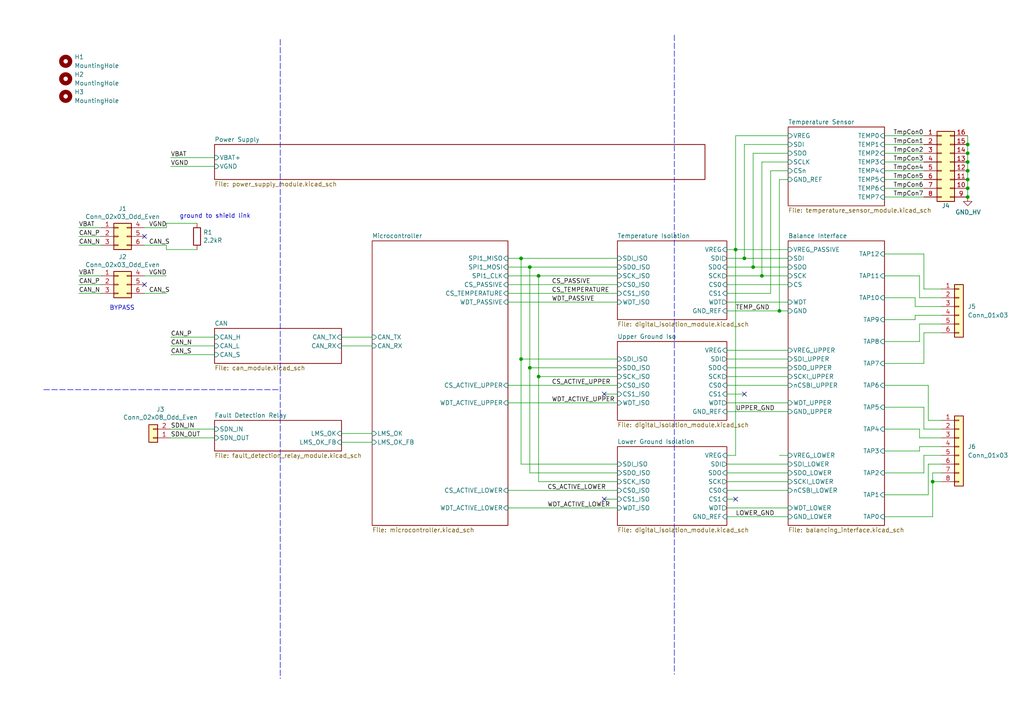
<source format=kicad_sch>
(kicad_sch (version 20211123) (generator eeschema)
  (paper "A4")
  (lib_symbols
    (symbol "Connector_Generic:Conn_01x02" (pin_names (offset 1.016) hide)
      (property "Reference" "J" (at 0 2.54 0))
      (property "Value" "Conn_01x02" (at 0 -5.08 0))
      (symbol "Conn_01x02_1_1"
        (rectangle (start -1.27 -2.413) (end 0 -2.667) (stroke (width 0.1524)))
        (rectangle (start -1.27 0.127) (end 0 -0.127) (stroke (width 0.1524)))
        (rectangle (start -1.27 1.27) (end 1.27 -3.81) (stroke (width 0.254)) (fill (type background)))
        (pin passive line (at -5.08 0 0) (length 3.81) (name "Pin_1") (number "1"))
        (pin passive line (at -5.08 -2.54 0) (length 3.81) (name "Pin_2") (number "2"))
      )
    )
    (symbol "Connector_Generic:Conn_01x06" (pin_names (offset 1.016) hide)
      (property "Reference" "J" (at 0 7.62 0))
      (property "Value" "Conn_01x06" (at 0 -10.16 0))
      (symbol "Conn_01x06_1_1"
        (rectangle (start -1.27 -7.493) (end 0 -7.747) (stroke (width 0.1524)))
        (rectangle (start -1.27 -4.953) (end 0 -5.207) (stroke (width 0.1524)))
        (rectangle (start -1.27 -2.413) (end 0 -2.667) (stroke (width 0.1524)))
        (rectangle (start -1.27 0.127) (end 0 -0.127) (stroke (width 0.1524)))
        (rectangle (start -1.27 2.667) (end 0 2.413) (stroke (width 0.1524)))
        (rectangle (start -1.27 5.207) (end 0 4.953) (stroke (width 0.1524)))
        (rectangle (start -1.27 6.35) (end 1.27 -8.89) (stroke (width 0.254)) (fill (type background)))
        (pin passive line (at -5.08 5.08 0) (length 3.81) (name "Pin_1") (number "1"))
        (pin passive line (at -5.08 2.54 0) (length 3.81) (name "Pin_2") (number "2"))
        (pin passive line (at -5.08 0 0) (length 3.81) (name "Pin_3") (number "3"))
        (pin passive line (at -5.08 -2.54 0) (length 3.81) (name "Pin_4") (number "4"))
        (pin passive line (at -5.08 -5.08 0) (length 3.81) (name "Pin_5") (number "5"))
        (pin passive line (at -5.08 -7.62 0) (length 3.81) (name "Pin_6") (number "6"))
      )
    )
    (symbol "Connector_Generic:Conn_01x08" (pin_names (offset 1.016) hide)
      (property "Reference" "J" (at 0 10.16 0))
      (property "Value" "Conn_01x08" (at 0 -12.7 0))
      (symbol "Conn_01x08_1_1"
        (rectangle (start -1.27 -10.033) (end 0 -10.287) (stroke (width 0.1524)))
        (rectangle (start -1.27 -7.493) (end 0 -7.747) (stroke (width 0.1524)))
        (rectangle (start -1.27 -4.953) (end 0 -5.207) (stroke (width 0.1524)))
        (rectangle (start -1.27 -2.413) (end 0 -2.667) (stroke (width 0.1524)))
        (rectangle (start -1.27 0.127) (end 0 -0.127) (stroke (width 0.1524)))
        (rectangle (start -1.27 2.667) (end 0 2.413) (stroke (width 0.1524)))
        (rectangle (start -1.27 5.207) (end 0 4.953) (stroke (width 0.1524)))
        (rectangle (start -1.27 7.747) (end 0 7.493) (stroke (width 0.1524)))
        (rectangle (start -1.27 8.89) (end 1.27 -11.43) (stroke (width 0.254)) (fill (type background)))
        (pin passive line (at -5.08 7.62 0) (length 3.81) (name "Pin_1") (number "1"))
        (pin passive line (at -5.08 5.08 0) (length 3.81) (name "Pin_2") (number "2"))
        (pin passive line (at -5.08 2.54 0) (length 3.81) (name "Pin_3") (number "3"))
        (pin passive line (at -5.08 0 0) (length 3.81) (name "Pin_4") (number "4"))
        (pin passive line (at -5.08 -2.54 0) (length 3.81) (name "Pin_5") (number "5"))
        (pin passive line (at -5.08 -5.08 0) (length 3.81) (name "Pin_6") (number "6"))
        (pin passive line (at -5.08 -7.62 0) (length 3.81) (name "Pin_7") (number "7"))
        (pin passive line (at -5.08 -10.16 0) (length 3.81) (name "Pin_8") (number "8"))
      )
    )
    (symbol "Connector_Generic:Conn_02x03_Top_Bottom" (pin_names (offset 1.016) hide)
      (property "Reference" "J" (at 1.27 5.08 0))
      (property "Value" "Conn_02x03_Top_Bottom" (at 1.27 -5.08 0))
      (symbol "Conn_02x03_Top_Bottom_1_1"
        (rectangle (start -1.27 -2.413) (end 0 -2.667) (stroke (width 0.1524)))
        (rectangle (start -1.27 0.127) (end 0 -0.127) (stroke (width 0.1524)))
        (rectangle (start -1.27 2.667) (end 0 2.413) (stroke (width 0.1524)))
        (rectangle (start -1.27 3.81) (end 3.81 -3.81) (stroke (width 0.254)) (fill (type background)))
        (rectangle (start 3.81 -2.413) (end 2.54 -2.667) (stroke (width 0.1524)))
        (rectangle (start 3.81 0.127) (end 2.54 -0.127) (stroke (width 0.1524)))
        (rectangle (start 3.81 2.667) (end 2.54 2.413) (stroke (width 0.1524)))
        (pin passive line (at -5.08 2.54 0) (length 3.81) (name "Pin_1") (number "1"))
        (pin passive line (at -5.08 0 0) (length 3.81) (name "Pin_2") (number "2"))
        (pin passive line (at -5.08 -2.54 0) (length 3.81) (name "Pin_3") (number "3"))
        (pin passive line (at 7.62 2.54 180) (length 3.81) (name "Pin_4") (number "4"))
        (pin passive line (at 7.62 0 180) (length 3.81) (name "Pin_5") (number "5"))
        (pin passive line (at 7.62 -2.54 180) (length 3.81) (name "Pin_6") (number "6"))
      )
    )
    (symbol "Connector_Generic:Conn_02x08_Counter_Clockwise" (pin_names (offset 1.016) hide)
      (property "Reference" "J" (at 1.27 10.16 0))
      (property "Value" "Conn_02x08_Counter_Clockwise" (at 1.27 -12.7 0))
      (symbol "Conn_02x08_Counter_Clockwise_1_1"
        (rectangle (start -1.27 -10.033) (end 0 -10.287) (stroke (width 0.1524)))
        (rectangle (start -1.27 -7.493) (end 0 -7.747) (stroke (width 0.1524)))
        (rectangle (start -1.27 -4.953) (end 0 -5.207) (stroke (width 0.1524)))
        (rectangle (start -1.27 -2.413) (end 0 -2.667) (stroke (width 0.1524)))
        (rectangle (start -1.27 0.127) (end 0 -0.127) (stroke (width 0.1524)))
        (rectangle (start -1.27 2.667) (end 0 2.413) (stroke (width 0.1524)))
        (rectangle (start -1.27 5.207) (end 0 4.953) (stroke (width 0.1524)))
        (rectangle (start -1.27 7.747) (end 0 7.493) (stroke (width 0.1524)))
        (rectangle (start -1.27 8.89) (end 3.81 -11.43) (stroke (width 0.254)) (fill (type background)))
        (rectangle (start 3.81 -10.033) (end 2.54 -10.287) (stroke (width 0.1524)))
        (rectangle (start 3.81 -7.493) (end 2.54 -7.747) (stroke (width 0.1524)))
        (rectangle (start 3.81 -4.953) (end 2.54 -5.207) (stroke (width 0.1524)))
        (rectangle (start 3.81 -2.413) (end 2.54 -2.667) (stroke (width 0.1524)))
        (rectangle (start 3.81 0.127) (end 2.54 -0.127) (stroke (width 0.1524)))
        (rectangle (start 3.81 2.667) (end 2.54 2.413) (stroke (width 0.1524)))
        (rectangle (start 3.81 5.207) (end 2.54 4.953) (stroke (width 0.1524)))
        (rectangle (start 3.81 7.747) (end 2.54 7.493) (stroke (width 0.1524)))
        (pin passive line (at -5.08 7.62 0) (length 3.81) (name "Pin_1") (number "1"))
        (pin passive line (at 7.62 -7.62 180) (length 3.81) (name "Pin_10") (number "10"))
        (pin passive line (at 7.62 -5.08 180) (length 3.81) (name "Pin_11") (number "11"))
        (pin passive line (at 7.62 -2.54 180) (length 3.81) (name "Pin_12") (number "12"))
        (pin passive line (at 7.62 0 180) (length 3.81) (name "Pin_13") (number "13"))
        (pin passive line (at 7.62 2.54 180) (length 3.81) (name "Pin_14") (number "14"))
        (pin passive line (at 7.62 5.08 180) (length 3.81) (name "Pin_15") (number "15"))
        (pin passive line (at 7.62 7.62 180) (length 3.81) (name "Pin_16") (number "16"))
        (pin passive line (at -5.08 5.08 0) (length 3.81) (name "Pin_2") (number "2"))
        (pin passive line (at -5.08 2.54 0) (length 3.81) (name "Pin_3") (number "3"))
        (pin passive line (at -5.08 0 0) (length 3.81) (name "Pin_4") (number "4"))
        (pin passive line (at -5.08 -2.54 0) (length 3.81) (name "Pin_5") (number "5"))
        (pin passive line (at -5.08 -5.08 0) (length 3.81) (name "Pin_6") (number "6"))
        (pin passive line (at -5.08 -7.62 0) (length 3.81) (name "Pin_7") (number "7"))
        (pin passive line (at -5.08 -10.16 0) (length 3.81) (name "Pin_8") (number "8"))
        (pin passive line (at 7.62 -10.16 180) (length 3.81) (name "Pin_9") (number "9"))
      )
    )
    (symbol "Device:R" (pin_numbers hide) (pin_names (offset 0))
      (property "Reference" "R" (at 2.032 0 90))
      (property "Value" "R" (at 0 0 90))
      (symbol "R_0_1"
        (rectangle (start -1.016 -2.54) (end 1.016 2.54) (stroke (width 0.254)))
      )
      (symbol "R_1_1"
        (pin passive line (at 0 3.81 270) (length 1.27) (name "~") (number "1"))
        (pin passive line (at 0 -3.81 90) (length 1.27) (name "~") (number "2"))
      )
    )
    (symbol "GND_HV_12" (power) (pin_names (offset 0))
      (property "Value" "GND_HV_12" (at 0 -3.81 0))
      (symbol "GND_HV_12_0_1"
        (polyline (pts (xy 0 0) (xy 0 -1.27) (xy 1.27 -1.27) (xy 0 -2.54) (xy -1.27 -1.27) (xy 0 -1.27)))
      )
      (symbol "GND_HV_12_1_1"
        (pin power_in line (at 0 0 270) (length 0) hide (name "GND_HV") (number "1"))
      )
    )
    (symbol "Mechanical:MountingHole" (pin_names (offset 1.016))
      (property "Reference" "H" (at 0 5.08 0))
      (property "Value" "MountingHole" (at 0 3.175 0))
      (symbol "MountingHole_0_1"
        (circle (center 0 0) (radius 1.27) (stroke (width 1.27)))
      )
    )
  )
  (junction (at 280.67 52.07))
  (junction (at 213.36 72.39))
  (junction (at 151.13 104.14))
  (junction (at 156.21 109.22))
  (junction (at 280.67 41.91))
  (junction (at 153.67 77.47))
  (junction (at 220.98 80.01))
  (junction (at 280.67 44.45))
  (junction (at 151.13 74.93))
  (junction (at 226.06 90.17))
  (junction (at 280.67 46.99))
  (junction (at 280.67 57.15))
  (junction (at 280.67 49.53))
  (junction (at 215.9 74.93))
  (junction (at 280.67 54.61))
  (junction (at 270.51 139.7))
  (junction (at 218.44 77.47))
  (junction (at 153.67 106.68))
  (junction (at 156.21 80.01))
  (no_connect (at 175.26 144.78))
  (no_connect (at 213.36 144.78))
  (no_connect (at 175.26 114.3))
  (no_connect (at 41.91 68.58))
  (no_connect (at 215.9 114.3))
  (no_connect (at 41.91 82.55))
  (wire (pts (xy 156.21 109.22) (xy 179.07 109.22)))
  (wire (pts (xy 156.21 80.01) (xy 179.07 80.01)))
  (wire (pts (xy 228.6 116.84) (xy 210.82 116.84)))
  (wire (pts (xy 210.82 90.17) (xy 226.06 90.17)))
  (wire (pts (xy 41.91 85.09) (xy 48.26 85.09)))
  (wire (pts (xy 280.67 57.15) (xy 280.67 54.61)))
  (wire (pts (xy 49.53 124.46) (xy 62.23 124.46)))
  (wire (pts (xy 280.67 52.07) (xy 280.67 49.53)))
  (wire (pts (xy 265.43 88.9) (xy 273.05 88.9)))
  (wire (pts (xy 228.6 87.63) (xy 210.82 87.63)))
  (wire (pts (xy 29.21 71.12) (xy 22.86 71.12)))
  (wire (pts (xy 228.6 82.55) (xy 210.82 82.55)))
  (wire (pts (xy 266.7 93.98) (xy 266.7 99.06)))
  (wire (pts (xy 156.21 80.01) (xy 147.32 80.01)))
  (wire (pts (xy 41.91 80.01) (xy 48.26 80.01)))
  (polyline (pts (xy 12.7 113.03) (xy 81.28 113.03)))
  (wire (pts (xy 228.6 142.24) (xy 210.82 142.24)))
  (wire (pts (xy 267.97 124.46) (xy 267.97 118.11)))
  (wire (pts (xy 228.6 46.99) (xy 220.98 46.99)))
  (wire (pts (xy 256.54 46.99) (xy 267.97 46.99)))
  (wire (pts (xy 270.51 139.7) (xy 270.51 149.86)))
  (wire (pts (xy 267.97 132.08) (xy 273.05 132.08)))
  (wire (pts (xy 256.54 57.15) (xy 267.97 57.15)))
  (wire (pts (xy 151.13 104.14) (xy 151.13 134.62)))
  (wire (pts (xy 147.32 142.24) (xy 179.07 142.24)))
  (wire (pts (xy 228.6 139.7) (xy 210.82 139.7)))
  (wire (pts (xy 153.67 77.47) (xy 153.67 106.68)))
  (wire (pts (xy 41.91 66.04) (xy 48.26 66.04)))
  (wire (pts (xy 256.54 92.71) (xy 265.43 92.71)))
  (wire (pts (xy 175.26 114.3) (xy 179.07 114.3)))
  (wire (pts (xy 273.05 96.52) (xy 267.97 96.52)))
  (wire (pts (xy 210.82 119.38) (xy 228.6 119.38)))
  (wire (pts (xy 228.6 109.22) (xy 210.82 109.22)))
  (wire (pts (xy 269.24 121.92) (xy 273.05 121.92)))
  (wire (pts (xy 215.9 41.91) (xy 215.9 74.93)))
  (wire (pts (xy 147.32 111.76) (xy 179.07 111.76)))
  (wire (pts (xy 147.32 85.09) (xy 179.07 85.09)))
  (wire (pts (xy 228.6 106.68) (xy 210.82 106.68)))
  (wire (pts (xy 273.05 137.16) (xy 270.51 137.16)))
  (wire (pts (xy 49.53 48.26) (xy 62.23 48.26)))
  (wire (pts (xy 228.6 137.16) (xy 210.82 137.16)))
  (wire (pts (xy 265.43 91.44) (xy 273.05 91.44)))
  (wire (pts (xy 256.54 44.45) (xy 267.97 44.45)))
  (wire (pts (xy 273.05 93.98) (xy 266.7 93.98)))
  (wire (pts (xy 267.97 96.52) (xy 267.97 105.41)))
  (wire (pts (xy 107.95 100.33) (xy 99.06 100.33)))
  (wire (pts (xy 265.43 92.71) (xy 265.43 91.44)))
  (wire (pts (xy 256.54 73.66) (xy 267.97 73.66)))
  (wire (pts (xy 228.6 77.47) (xy 218.44 77.47)))
  (wire (pts (xy 270.51 137.16) (xy 270.51 139.7)))
  (wire (pts (xy 256.54 124.46) (xy 266.7 124.46)))
  (wire (pts (xy 153.67 106.68) (xy 153.67 137.16)))
  (wire (pts (xy 213.36 72.39) (xy 210.82 72.39)))
  (wire (pts (xy 220.98 80.01) (xy 210.82 80.01)))
  (wire (pts (xy 256.54 118.11) (xy 267.97 118.11)))
  (wire (pts (xy 29.21 85.09) (xy 22.86 85.09)))
  (wire (pts (xy 228.6 134.62) (xy 210.82 134.62)))
  (wire (pts (xy 228.6 149.86) (xy 210.82 149.86)))
  (wire (pts (xy 153.67 137.16) (xy 179.07 137.16)))
  (wire (pts (xy 48.26 66.04) (xy 48.26 64.77)))
  (wire (pts (xy 256.54 39.37) (xy 267.97 39.37)))
  (wire (pts (xy 147.32 147.32) (xy 179.07 147.32)))
  (wire (pts (xy 270.51 139.7) (xy 273.05 139.7)))
  (wire (pts (xy 256.54 105.41) (xy 267.97 105.41)))
  (wire (pts (xy 256.54 80.01) (xy 266.7 80.01)))
  (wire (pts (xy 256.54 143.51) (xy 269.24 143.51)))
  (wire (pts (xy 179.07 77.47) (xy 153.67 77.47)))
  (wire (pts (xy 62.23 97.79) (xy 49.53 97.79)))
  (wire (pts (xy 22.86 68.58) (xy 29.21 68.58)))
  (wire (pts (xy 267.97 83.82) (xy 273.05 83.82)))
  (wire (pts (xy 226.06 132.08) (xy 228.6 132.08)))
  (wire (pts (xy 228.6 52.07) (xy 226.06 52.07)))
  (wire (pts (xy 49.53 102.87) (xy 62.23 102.87)))
  (wire (pts (xy 151.13 74.93) (xy 151.13 104.14)))
  (wire (pts (xy 269.24 134.62) (xy 273.05 134.62)))
  (wire (pts (xy 29.21 66.04) (xy 22.86 66.04)))
  (wire (pts (xy 266.7 86.36) (xy 273.05 86.36)))
  (wire (pts (xy 99.06 125.73) (xy 107.95 125.73)))
  (wire (pts (xy 213.36 72.39) (xy 213.36 132.08)))
  (wire (pts (xy 218.44 77.47) (xy 210.82 77.47)))
  (wire (pts (xy 215.9 114.3) (xy 210.82 114.3)))
  (wire (pts (xy 265.43 86.36) (xy 265.43 88.9)))
  (wire (pts (xy 280.67 44.45) (xy 280.67 41.91)))
  (wire (pts (xy 228.6 104.14) (xy 210.82 104.14)))
  (wire (pts (xy 256.54 99.06) (xy 266.7 99.06)))
  (wire (pts (xy 213.36 39.37) (xy 213.36 72.39)))
  (wire (pts (xy 256.54 41.91) (xy 267.97 41.91)))
  (wire (pts (xy 228.6 80.01) (xy 220.98 80.01)))
  (wire (pts (xy 256.54 137.16) (xy 267.97 137.16)))
  (wire (pts (xy 147.32 87.63) (xy 179.07 87.63)))
  (wire (pts (xy 147.32 116.84) (xy 179.07 116.84)))
  (wire (pts (xy 267.97 124.46) (xy 273.05 124.46)))
  (wire (pts (xy 223.52 49.53) (xy 228.6 49.53)))
  (wire (pts (xy 99.06 97.79) (xy 107.95 97.79)))
  (wire (pts (xy 226.06 90.17) (xy 228.6 90.17)))
  (wire (pts (xy 280.67 54.61) (xy 280.67 52.07)))
  (wire (pts (xy 220.98 46.99) (xy 220.98 80.01)))
  (wire (pts (xy 151.13 104.14) (xy 179.07 104.14)))
  (wire (pts (xy 107.95 128.27) (xy 99.06 128.27)))
  (wire (pts (xy 266.7 129.54) (xy 273.05 129.54)))
  (wire (pts (xy 256.54 52.07) (xy 267.97 52.07)))
  (polyline (pts (xy 195.58 10.16) (xy 195.58 195.58)))
  (wire (pts (xy 228.6 111.76) (xy 210.82 111.76)))
  (wire (pts (xy 228.6 39.37) (xy 213.36 39.37)))
  (wire (pts (xy 223.52 85.09) (xy 223.52 49.53)))
  (wire (pts (xy 266.7 80.01) (xy 266.7 86.36)))
  (wire (pts (xy 267.97 73.66) (xy 267.97 83.82)))
  (wire (pts (xy 280.67 41.91) (xy 280.67 39.37)))
  (wire (pts (xy 256.54 49.53) (xy 267.97 49.53)))
  (wire (pts (xy 256.54 111.76) (xy 269.24 111.76)))
  (wire (pts (xy 22.86 82.55) (xy 29.21 82.55)))
  (wire (pts (xy 228.6 74.93) (xy 215.9 74.93)))
  (wire (pts (xy 218.44 44.45) (xy 218.44 77.47)))
  (wire (pts (xy 179.07 106.68) (xy 153.67 106.68)))
  (wire (pts (xy 48.26 64.77) (xy 57.15 64.77)))
  (wire (pts (xy 151.13 74.93) (xy 147.32 74.93)))
  (wire (pts (xy 280.67 46.99) (xy 280.67 44.45)))
  (wire (pts (xy 175.26 144.78) (xy 179.07 144.78)))
  (wire (pts (xy 29.21 80.01) (xy 22.86 80.01)))
  (wire (pts (xy 266.7 127) (xy 273.05 127)))
  (wire (pts (xy 179.07 139.7) (xy 156.21 139.7)))
  (wire (pts (xy 256.54 130.81) (xy 266.7 130.81)))
  (wire (pts (xy 62.23 127) (xy 49.53 127)))
  (wire (pts (xy 210.82 85.09) (xy 223.52 85.09)))
  (wire (pts (xy 228.6 41.91) (xy 215.9 41.91)))
  (wire (pts (xy 228.6 147.32) (xy 210.82 147.32)))
  (wire (pts (xy 256.54 54.61) (xy 267.97 54.61)))
  (wire (pts (xy 213.36 144.78) (xy 210.82 144.78)))
  (wire (pts (xy 266.7 129.54) (xy 266.7 130.81)))
  (wire (pts (xy 147.32 77.47) (xy 153.67 77.47)))
  (polyline (pts (xy 81.28 11.43) (xy 81.28 196.85)))
  (wire (pts (xy 213.36 72.39) (xy 228.6 72.39)))
  (wire (pts (xy 62.23 45.72) (xy 49.53 45.72)))
  (wire (pts (xy 215.9 74.93) (xy 210.82 74.93)))
  (wire (pts (xy 269.24 143.51) (xy 269.24 134.62)))
  (wire (pts (xy 179.07 74.93) (xy 151.13 74.93)))
  (wire (pts (xy 266.7 124.46) (xy 266.7 127)))
  (wire (pts (xy 156.21 109.22) (xy 156.21 80.01)))
  (wire (pts (xy 151.13 134.62) (xy 179.07 134.62)))
  (wire (pts (xy 267.97 132.08) (xy 267.97 137.16)))
  (wire (pts (xy 269.24 111.76) (xy 269.24 121.92)))
  (wire (pts (xy 48.26 72.39) (xy 57.15 72.39)))
  (wire (pts (xy 228.6 101.6) (xy 210.82 101.6)))
  (wire (pts (xy 226.06 52.07) (xy 226.06 90.17)))
  (wire (pts (xy 210.82 132.08) (xy 213.36 132.08)))
  (wire (pts (xy 256.54 86.36) (xy 265.43 86.36)))
  (wire (pts (xy 156.21 139.7) (xy 156.21 109.22)))
  (wire (pts (xy 48.26 71.12) (xy 48.26 72.39)))
  (wire (pts (xy 41.91 71.12) (xy 48.26 71.12)))
  (wire (pts (xy 280.67 49.53) (xy 280.67 46.99)))
  (wire (pts (xy 49.53 100.33) (xy 62.23 100.33)))
  (wire (pts (xy 147.32 82.55) (xy 179.07 82.55)))
  (wire (pts (xy 256.54 149.86) (xy 270.51 149.86)))
  (wire (pts (xy 228.6 44.45) (xy 218.44 44.45)))
  (text "ground to shield link\n" (at 52.07 63.5 0) (effects (font (size 1.27 1.27)) (justify left bottom)))
  (text "BYPASS" (at 31.75 90.17 0) (effects (font (size 1.27 1.27)) (justify left bottom)))
  (label "CAN_N" (at 22.86 71.12 0))
  (label "CAN_P" (at 22.86 68.58 0))
  (label "VGND" (at 43.18 80.01 0))
  (label "VGND" (at 49.53 48.26 0))
  (label "CAN_N" (at 22.86 85.09 0))
  (label "TmpCon4" (at 259.08 49.53 0))
  (label "CS_PASSIVE" (at 160.02 82.55 0))
  (label "LOWER_GND" (at 213.36 149.86 0))
  (label "CS_ACTIVE_LOWER" (at 158.75 142.24 0))
  (label "CAN_N" (at 49.53 100.33 0))
  (label "TmpCon0" (at 259.08 39.37 0))
  (label "VGND" (at 43.18 66.04 0))
  (label "CAN_S" (at 43.18 71.12 0))
  (label "TEMP_GND" (at 213.36 90.17 0))
  (label "UPPER_GND" (at 213.36 119.38 0))
  (label "SDN_IN" (at 49.53 124.46 0))
  (label "TmpCon2" (at 259.08 44.45 0))
  (label "WDT_ACTIVE_UPPER" (at 160.02 116.84 0))
  (label "WDT_PASSIVE" (at 160.02 87.63 0))
  (label "CAN_P" (at 49.53 97.79 0))
  (label "CS_TEMPERATURE" (at 160.02 85.09 0))
  (label "CAN_P" (at 22.86 82.55 0))
  (label "VBAT" (at 49.53 45.72 0))
  (label "TmpCon7" (at 259.08 57.15 0))
  (label "TmpCon1" (at 259.08 41.91 0))
  (label "TmpCon6" (at 259.08 54.61 0))
  (label "TmpCon3" (at 259.08 46.99 0))
  (label "CAN_S" (at 49.53 102.87 0))
  (label "CAN_S" (at 43.18 85.09 0))
  (label "SDN_OUT" (at 49.53 127 0))
  (label "CS_ACTIVE_UPPER" (at 160.02 111.76 0))
  (label "TmpCon5" (at 259.08 52.07 0))
  (label "VBAT" (at 22.86 80.01 0))
  (label "VBAT" (at 22.86 66.04 0))
  (label "WDT_ACTIVE_LOWER" (at 158.75 147.32 0))
  (symbol (lib_id "Connector_Generic:Conn_02x03_Top_Bottom") (at 34.29 68.58 0) (unit 1)
    (property "Reference" "J1" (at 35.56 60.5282 0))
    (property "Value" "Conn_02x03_Odd_Even" (at 35.56 62.8396 0))
    (property "Footprint" "Connector_Molex:Molex_Mini-Fit_Jr_5566-06A_2x03_P4.20mm_Vertical" (effects hide))
    (property "Manufacturer" "Molex" (effects hide))
    (property "Part Number" "462071006" (effects hide))
  )
  (symbol (lib_id "Connector_Generic:Conn_02x03_Top_Bottom") (at 34.29 82.55 0) (unit 1)
    (property "Reference" "J2" (at 35.56 74.4982 0))
    (property "Value" "Conn_02x03_Odd_Even" (at 35.56 76.8096 0))
    (property "Footprint" "Connector_Molex:Molex_Mini-Fit_Jr_5566-06A_2x03_P4.20mm_Vertical" (effects hide))
    (property "Manufacturer" "Molex" (effects hide))
    (property "Part Number" "462071006" (effects hide))
  )
  (symbol (lib_id "Connector_Generic:Conn_02x08_Counter_Clockwise") (at 273.05 46.99 0) (unit 1)
    (property "Reference" "J4" (at 274.32 59.69 0))
    (property "Value" "UPPER_BANK" (effects hide))
    (property "Footprint" "Connector_Phoenix_MSTB:PhoenixContact_MSTBVA_2,5_6-G_1x06_P5.00mm_Vertical" (effects hide))
    (property "Part Number" "46015-1603" (effects hide))
    (property "Manufacturer" "Molex" (effects hide))
  )
  (symbol (lib_id "Connector_Generic:Conn_01x08") (at 278.13 129.54 0) (unit 1)
    (property "Reference" "J6" (at 280.67 129.5399 0) (effects (justify left)))
    (property "Value" "Conn_01x03" (at 280.67 132.0799 0) (effects (justify left)))
    (property "Footprint" "Connector_PinHeader_2.54mm:PinHeader_1x03_P2.54mm_Vertical" (effects hide))
    (property "Manufacturer" "-" (effects hide))
  )
  (symbol (lib_id "Mechanical:MountingHole") (at 19.05 27.94 0) (unit 1)
    (property "Reference" "H3" (at 21.59 26.6699 0) (effects (justify left)))
    (property "Value" "MountingHole" (at 21.59 29.2099 0) (effects (justify left)))
    (property "Footprint" "MountingHole:MountingHole_3.2mm_M3" (effects hide))
    (property "Manufacturer" "-" (effects hide))
    (property "Part Number" "-" (effects hide))
  )
  (symbol (lib_id "Connector_Generic:Conn_01x06") (at 278.13 88.9 0) (unit 1)
    (property "Reference" "J5" (at 280.67 88.8999 0) (effects (justify left)))
    (property "Value" "Conn_01x03" (at 280.67 91.4399 0) (effects (justify left)))
    (property "Footprint" "Connector_PinHeader_2.54mm:PinHeader_1x03_P2.54mm_Vertical" (effects hide))
    (property "Manufacturer" "-" (effects hide))
    (property "Part Number" "-" (effects hide))
  )
  (symbol (lib_id "Mechanical:MountingHole") (at 19.05 22.86 0) (unit 1)
    (property "Reference" "H2" (at 21.59 21.5899 0) (effects (justify left)))
    (property "Value" "MountingHole" (at 21.59 24.1299 0) (effects (justify left)))
    (property "Footprint" "MountingHole:MountingHole_3.2mm_M3" (effects hide))
    (property "Manufacturer" "-" (effects hide))
    (property "Part Number" "-" (effects hide))
  )
  (symbol (lib_name "GND_HV_12") (lib_id "gnd_hv:GND_HV") (at 280.67 57.15 0) (unit 1)
    (property "Reference" "#PWR01" (effects hide))
    (property "Value" "GND_HV" (at 280.797 61.5442 0))
  )
  (symbol (lib_id "Connector_Generic:Conn_01x02") (at 44.45 127 180) (unit 1)
    (property "Reference" "J3" (at 46.5328 118.745 0))
    (property "Value" "Conn_02x08_Odd_Even" (at 46.5328 121.0564 0))
    (property "Footprint" "Connector_Molex:Molex_Mini-Fit_Jr_5566-16A_2x08_P4.20mm_Vertical" (effects hide))
    (property "Part Number" "-" (effects hide))
    (property "Manufacturer" "-" (effects hide))
  )
  (symbol (lib_id "Device:R") (at 57.15 68.58 0) (unit 1)
    (property "Reference" "R1" (at 58.928 67.4116 0) (effects (justify left)))
    (property "Value" "2.2kR" (at 58.928 69.723 0) (effects (justify left)))
    (property "Footprint" "Resistor_SMD:R_0603_1608Metric_Pad0.98x0.95mm_HandSolder" (effects hide))
    (property "Part Number" "-" (effects hide))
    (property "Manufacturer" "-" (effects hide))
  )
  (symbol (lib_id "Mechanical:MountingHole") (at 19.05 17.78 0) (unit 1)
    (property "Reference" "H1" (at 21.59 16.5099 0) (effects (justify left)))
    (property "Value" "MountingHole" (at 21.59 19.0499 0) (effects (justify left)))
    (property "Footprint" "MountingHole:MountingHole_3.2mm_M3_Pad_Via" (effects hide))
    (property "Manufacturer" "-" (effects hide))
    (property "Part Number" "-" (effects hide))
  )
  (sheet (at 62.23 41.91) (size 142.24 10.16)
    (property "Sheet name" "Power Supply" (at 62.23 41.1984 0) (effects (justify left bottom)))
    (property "Sheet file" "power_supply_module.kicad_sch" (at 62.23 52.6546 0) (effects (justify left top)))
    (pin "VBAT+" input (at 62.23 45.72 180))
    (pin "VGND" input (at 62.23 48.26 180))
  )
  (sheet (at 107.95 69.85) (size 39.37 82.55)
    (property "Sheet name" "Microcontroller" (at 107.95 69.1384 0) (effects (justify left bottom)))
    (property "Sheet file" "microcontroller.kicad_sch" (at 107.95 152.9846 0) (effects (justify left top)))
    (pin "CAN_RX" input (at 107.95 100.33 180))
    (pin "CAN_TX" input (at 107.95 97.79 180))
    (pin "SPI1_CLK" input (at 147.32 80.01 0))
    (pin "SPI1_MISO" input (at 147.32 74.93 0))
    (pin "SPI1_MOSI" input (at 147.32 77.47 0))
    (pin "CS_PASSIVE" input (at 147.32 82.55 0))
    (pin "CS_ACTIVE_UPPER" input (at 147.32 111.76 0))
    (pin "CS_TEMPERATURE" input (at 147.32 85.09 0))
    (pin "LMS_OK" input (at 107.95 125.73 180))
    (pin "WDT_PASSIVE" input (at 147.32 87.63 0))
    (pin "WDT_ACTIVE_UPPER" input (at 147.32 116.84 0))
    (pin "CS_ACTIVE_LOWER" input (at 147.32 142.24 0))
    (pin "WDT_ACTIVE_LOWER" input (at 147.32 147.32 0))
    (pin "LMS_OK_FB" input (at 107.95 128.27 180))
  )
  (sheet (at 228.6 69.85) (size 27.94 82.55)
    (property "Sheet name" "Balance Interface" (at 228.6 69.1384 0) (effects (justify left bottom)))
    (property "Sheet file" "balancing_interface.kicad_sch" (at 228.6 152.9846 0) (effects (justify left top)))
    (pin "TAP0" input (at 256.54 149.86 0))
    (pin "TAP1" input (at 256.54 143.51 0))
    (pin "TAP2" input (at 256.54 137.16 0))
    (pin "TAP3" input (at 256.54 130.81 0))
    (pin "TAP4" input (at 256.54 124.46 0))
    (pin "TAP5" input (at 256.54 118.11 0))
    (pin "TAP6" input (at 256.54 111.76 0))
    (pin "TAP7" input (at 256.54 105.41 0))
    (pin "TAP8" input (at 256.54 99.06 0))
    (pin "TAP9" input (at 256.54 92.71 0))
    (pin "TAP10" input (at 256.54 86.36 0))
    (pin "TAP11" input (at 256.54 80.01 0))
    (pin "TAP12" input (at 256.54 73.66 0))
    (pin "CS" input (at 228.6 82.55 180))
    (pin "SCK" input (at 228.6 80.01 180))
    (pin "SDI" input (at 228.6 74.93 180))
    (pin "SDO" input (at 228.6 77.47 180))
    (pin "SDI_UPPER" input (at 228.6 104.14 180))
    (pin "SDO_UPPER" input (at 228.6 106.68 180))
    (pin "SCKI_UPPER" input (at 228.6 109.22 180))
    (pin "nCSBI_UPPER" input (at 228.6 111.76 180))
    (pin "WDT_UPPER" input (at 228.6 116.84 180))
    (pin "WDT" input (at 228.6 87.63 180))
    (pin "SDI_LOWER" input (at 228.6 134.62 180))
    (pin "SDO_LOWER" input (at 228.6 137.16 180))
    (pin "SCKI_LOWER" input (at 228.6 139.7 180))
    (pin "nCSBI_LOWER" input (at 228.6 142.24 180))
    (pin "WDT_LOWER" input (at 228.6 147.32 180))
    (pin "GND_UPPER" input (at 228.6 119.38 180))
    (pin "GND_LOWER" input (at 228.6 149.86 180))
    (pin "VREG_LOWER" input (at 228.6 132.08 180))
    (pin "VREG_UPPER" input (at 228.6 101.6 180))
    (pin "VREG_PASSIVE" input (at 228.6 72.39 180))
    (pin "GND" input (at 228.6 90.17 180))
  )
  (sheet (at 62.23 121.92) (size 36.83 8.89)
    (property "Sheet name" "Fault Detection Relay" (at 62.23 121.2084 0) (effects (justify left bottom)))
    (property "Sheet file" "fault_detection_relay_module.kicad_sch" (at 62.23 131.3946 0) (effects (justify left top)))
    (pin "LMS_OK" input (at 99.06 125.73 0))
    (pin "SDN_IN" input (at 62.23 124.46 180))
    (pin "SDN_OUT" input (at 62.23 127 180))
    (pin "LMS_OK_FB" input (at 99.06 128.27 0))
  )
  (sheet (at 62.23 95.25) (size 36.83 10.16)
    (property "Sheet name" "CAN" (at 62.23 94.5384 0) (effects (justify left bottom)))
    (property "Sheet file" "can_module.kicad_sch" (at 62.23 105.9946 0) (effects (justify left top)))
    (pin "CAN_TX" input (at 99.06 97.79 0))
    (pin "CAN_RX" input (at 99.06 100.33 0))
    (pin "CAN_H" input (at 62.23 97.79 180))
    (pin "CAN_L" input (at 62.23 100.33 180))
    (pin "CAN_S" input (at 62.23 102.87 180))
  )
  (sheet (at 228.6 36.83) (size 27.94 22.86)
    (property "Sheet name" "Temperature Sensor" (at 228.6 36.1184 0) (effects (justify left bottom)))
    (property "Sheet file" "temperature_sensor_module.kicad_sch" (at 228.6 60.2746 0) (effects (justify left top)))
    (pin "CSn" input (at 228.6 49.53 180))
    (pin "SDO" input (at 228.6 44.45 180))
    (pin "SDI" input (at 228.6 41.91 180))
    (pin "SCLK" input (at 228.6 46.99 180))
    (pin "TEMP0" input (at 256.54 39.37 0))
    (pin "TEMP1" input (at 256.54 41.91 0))
    (pin "TEMP2" input (at 256.54 44.45 0))
    (pin "TEMP3" input (at 256.54 46.99 0))
    (pin "TEMP4" input (at 256.54 49.53 0))
    (pin "TEMP5" input (at 256.54 52.07 0))
    (pin "TEMP6" input (at 256.54 54.61 0))
    (pin "TEMP7" input (at 256.54 57.15 0))
    (pin "VREG" input (at 228.6 39.37 180))
    (pin "GND_REF" input (at 228.6 52.07 180))
  )
  (sheet (at 179.07 69.85) (size 31.75 22.86)
    (property "Sheet name" "Temperature Isolation" (at 179.07 69.1384 0) (effects (justify left bottom)))
    (property "Sheet file" "digital_isolation_module.kicad_sch" (at 179.07 93.2946 0) (effects (justify left top)))
    (pin "VREG" input (at 210.82 72.39 0))
    (pin "SDI" output (at 210.82 74.93 0))
    (pin "SDO" input (at 210.82 77.47 0))
    (pin "SCK" output (at 210.82 80.01 0))
    (pin "WDT" output (at 210.82 87.63 0))
    (pin "GND_REF" input (at 210.82 90.17 0))
    (pin "SDI_ISO" input (at 179.07 74.93 180))
    (pin "SDO_ISO" input (at 179.07 77.47 180))
    (pin "WDT_ISO" input (at 179.07 87.63 180))
    (pin "SCK_ISO" input (at 179.07 80.01 180))
    (pin "CS0_ISO" input (at 179.07 82.55 180))
    (pin "CS1_ISO" input (at 179.07 85.09 180))
    (pin "CS0" input (at 210.82 82.55 0))
    (pin "CS1" input (at 210.82 85.09 0))
  )
  (sheet (at 179.07 129.54) (size 31.75 22.86)
    (property "Sheet name" "Lower Ground Isolation" (at 179.07 128.8284 0) (effects (justify left bottom)))
    (property "Sheet file" "digital_isolation_module.kicad_sch" (at 179.07 152.9846 0) (effects (justify left top)))
    (pin "VREG" input (at 210.82 132.08 0))
    (pin "SDI" output (at 210.82 134.62 0))
    (pin "SDO" input (at 210.82 137.16 0))
    (pin "SCK" output (at 210.82 139.7 0))
    (pin "WDT" output (at 210.82 147.32 0))
    (pin "GND_REF" input (at 210.82 149.86 0))
    (pin "SDI_ISO" input (at 179.07 134.62 180))
    (pin "SDO_ISO" input (at 179.07 137.16 180))
    (pin "WDT_ISO" input (at 179.07 147.32 180))
    (pin "SCK_ISO" input (at 179.07 139.7 180))
    (pin "CS0_ISO" input (at 179.07 142.24 180))
    (pin "CS1_ISO" input (at 179.07 144.78 180))
    (pin "CS0" input (at 210.82 142.24 0))
    (pin "CS1" input (at 210.82 144.78 0))
  )
  (sheet (at 179.07 99.06) (size 31.75 22.86)
    (property "Sheet name" "Upper Ground Iso" (at 179.07 98.3484 0) (effects (justify left bottom)))
    (property "Sheet file" "digital_isolation_module.kicad_sch" (at 179.07 122.5046 0) (effects (justify left top)))
    (pin "VREG" input (at 210.82 101.6 0))
    (pin "SDI" output (at 210.82 104.14 0))
    (pin "SDO" input (at 210.82 106.68 0))
    (pin "SCK" output (at 210.82 109.22 0))
    (pin "WDT" output (at 210.82 116.84 0))
    (pin "GND_REF" input (at 210.82 119.38 0))
    (pin "SDI_ISO" input (at 179.07 104.14 180))
    (pin "SDO_ISO" input (at 179.07 106.68 180))
    (pin "WDT_ISO" input (at 179.07 116.84 180))
    (pin "SCK_ISO" input (at 179.07 109.22 180))
    (pin "CS0_ISO" input (at 179.07 111.76 180))
    (pin "CS1_ISO" input (at 179.07 114.3 180))
    (pin "CS0" input (at 210.82 111.76 0))
    (pin "CS1" input (at 210.82 114.3 0))
  )
)
</source>
